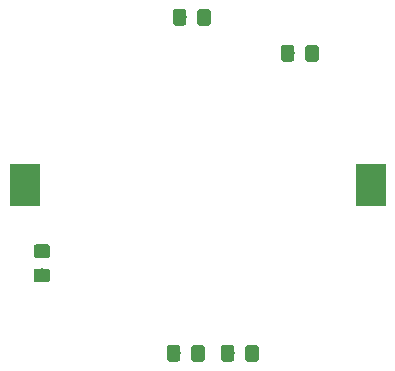
<source format=gbr>
G04 #@! TF.GenerationSoftware,KiCad,Pcbnew,(5.1.4)-1*
G04 #@! TF.CreationDate,2020-01-31T15:03:27+00:00*
G04 #@! TF.ProjectId,KeepCalm,4b656570-4361-46c6-9d2e-6b696361645f,rev?*
G04 #@! TF.SameCoordinates,Original*
G04 #@! TF.FileFunction,Paste,Bot*
G04 #@! TF.FilePolarity,Positive*
%FSLAX46Y46*%
G04 Gerber Fmt 4.6, Leading zero omitted, Abs format (unit mm)*
G04 Created by KiCad (PCBNEW (5.1.4)-1) date 2020-01-31 15:03:27*
%MOMM*%
%LPD*%
G04 APERTURE LIST*
%ADD10R,2.600000X3.600000*%
%ADD11C,0.100000*%
%ADD12C,1.150000*%
G04 APERTURE END LIST*
D10*
G04 #@! TO.C,BT1*
X167050000Y-88900000D03*
X137750000Y-88900000D03*
G04 #@! TD*
D11*
G04 #@! TO.C,R1*
G36*
X162410505Y-77025204D02*
G01*
X162434773Y-77028804D01*
X162458572Y-77034765D01*
X162481671Y-77043030D01*
X162503850Y-77053520D01*
X162524893Y-77066132D01*
X162544599Y-77080747D01*
X162562777Y-77097223D01*
X162579253Y-77115401D01*
X162593868Y-77135107D01*
X162606480Y-77156150D01*
X162616970Y-77178329D01*
X162625235Y-77201428D01*
X162631196Y-77225227D01*
X162634796Y-77249495D01*
X162636000Y-77273999D01*
X162636000Y-78174001D01*
X162634796Y-78198505D01*
X162631196Y-78222773D01*
X162625235Y-78246572D01*
X162616970Y-78269671D01*
X162606480Y-78291850D01*
X162593868Y-78312893D01*
X162579253Y-78332599D01*
X162562777Y-78350777D01*
X162544599Y-78367253D01*
X162524893Y-78381868D01*
X162503850Y-78394480D01*
X162481671Y-78404970D01*
X162458572Y-78413235D01*
X162434773Y-78419196D01*
X162410505Y-78422796D01*
X162386001Y-78424000D01*
X161735999Y-78424000D01*
X161711495Y-78422796D01*
X161687227Y-78419196D01*
X161663428Y-78413235D01*
X161640329Y-78404970D01*
X161618150Y-78394480D01*
X161597107Y-78381868D01*
X161577401Y-78367253D01*
X161559223Y-78350777D01*
X161542747Y-78332599D01*
X161528132Y-78312893D01*
X161515520Y-78291850D01*
X161505030Y-78269671D01*
X161496765Y-78246572D01*
X161490804Y-78222773D01*
X161487204Y-78198505D01*
X161486000Y-78174001D01*
X161486000Y-77273999D01*
X161487204Y-77249495D01*
X161490804Y-77225227D01*
X161496765Y-77201428D01*
X161505030Y-77178329D01*
X161515520Y-77156150D01*
X161528132Y-77135107D01*
X161542747Y-77115401D01*
X161559223Y-77097223D01*
X161577401Y-77080747D01*
X161597107Y-77066132D01*
X161618150Y-77053520D01*
X161640329Y-77043030D01*
X161663428Y-77034765D01*
X161687227Y-77028804D01*
X161711495Y-77025204D01*
X161735999Y-77024000D01*
X162386001Y-77024000D01*
X162410505Y-77025204D01*
X162410505Y-77025204D01*
G37*
D12*
X162061000Y-77724000D03*
D11*
G36*
X160360505Y-77025204D02*
G01*
X160384773Y-77028804D01*
X160408572Y-77034765D01*
X160431671Y-77043030D01*
X160453850Y-77053520D01*
X160474893Y-77066132D01*
X160494599Y-77080747D01*
X160512777Y-77097223D01*
X160529253Y-77115401D01*
X160543868Y-77135107D01*
X160556480Y-77156150D01*
X160566970Y-77178329D01*
X160575235Y-77201428D01*
X160581196Y-77225227D01*
X160584796Y-77249495D01*
X160586000Y-77273999D01*
X160586000Y-78174001D01*
X160584796Y-78198505D01*
X160581196Y-78222773D01*
X160575235Y-78246572D01*
X160566970Y-78269671D01*
X160556480Y-78291850D01*
X160543868Y-78312893D01*
X160529253Y-78332599D01*
X160512777Y-78350777D01*
X160494599Y-78367253D01*
X160474893Y-78381868D01*
X160453850Y-78394480D01*
X160431671Y-78404970D01*
X160408572Y-78413235D01*
X160384773Y-78419196D01*
X160360505Y-78422796D01*
X160336001Y-78424000D01*
X159685999Y-78424000D01*
X159661495Y-78422796D01*
X159637227Y-78419196D01*
X159613428Y-78413235D01*
X159590329Y-78404970D01*
X159568150Y-78394480D01*
X159547107Y-78381868D01*
X159527401Y-78367253D01*
X159509223Y-78350777D01*
X159492747Y-78332599D01*
X159478132Y-78312893D01*
X159465520Y-78291850D01*
X159455030Y-78269671D01*
X159446765Y-78246572D01*
X159440804Y-78222773D01*
X159437204Y-78198505D01*
X159436000Y-78174001D01*
X159436000Y-77273999D01*
X159437204Y-77249495D01*
X159440804Y-77225227D01*
X159446765Y-77201428D01*
X159455030Y-77178329D01*
X159465520Y-77156150D01*
X159478132Y-77135107D01*
X159492747Y-77115401D01*
X159509223Y-77097223D01*
X159527401Y-77080747D01*
X159547107Y-77066132D01*
X159568150Y-77053520D01*
X159590329Y-77043030D01*
X159613428Y-77034765D01*
X159637227Y-77028804D01*
X159661495Y-77025204D01*
X159685999Y-77024000D01*
X160336001Y-77024000D01*
X160360505Y-77025204D01*
X160360505Y-77025204D01*
G37*
D12*
X160011000Y-77724000D03*
G04 #@! TD*
D11*
G04 #@! TO.C,R2*
G36*
X150708505Y-102425204D02*
G01*
X150732773Y-102428804D01*
X150756572Y-102434765D01*
X150779671Y-102443030D01*
X150801850Y-102453520D01*
X150822893Y-102466132D01*
X150842599Y-102480747D01*
X150860777Y-102497223D01*
X150877253Y-102515401D01*
X150891868Y-102535107D01*
X150904480Y-102556150D01*
X150914970Y-102578329D01*
X150923235Y-102601428D01*
X150929196Y-102625227D01*
X150932796Y-102649495D01*
X150934000Y-102673999D01*
X150934000Y-103574001D01*
X150932796Y-103598505D01*
X150929196Y-103622773D01*
X150923235Y-103646572D01*
X150914970Y-103669671D01*
X150904480Y-103691850D01*
X150891868Y-103712893D01*
X150877253Y-103732599D01*
X150860777Y-103750777D01*
X150842599Y-103767253D01*
X150822893Y-103781868D01*
X150801850Y-103794480D01*
X150779671Y-103804970D01*
X150756572Y-103813235D01*
X150732773Y-103819196D01*
X150708505Y-103822796D01*
X150684001Y-103824000D01*
X150033999Y-103824000D01*
X150009495Y-103822796D01*
X149985227Y-103819196D01*
X149961428Y-103813235D01*
X149938329Y-103804970D01*
X149916150Y-103794480D01*
X149895107Y-103781868D01*
X149875401Y-103767253D01*
X149857223Y-103750777D01*
X149840747Y-103732599D01*
X149826132Y-103712893D01*
X149813520Y-103691850D01*
X149803030Y-103669671D01*
X149794765Y-103646572D01*
X149788804Y-103622773D01*
X149785204Y-103598505D01*
X149784000Y-103574001D01*
X149784000Y-102673999D01*
X149785204Y-102649495D01*
X149788804Y-102625227D01*
X149794765Y-102601428D01*
X149803030Y-102578329D01*
X149813520Y-102556150D01*
X149826132Y-102535107D01*
X149840747Y-102515401D01*
X149857223Y-102497223D01*
X149875401Y-102480747D01*
X149895107Y-102466132D01*
X149916150Y-102453520D01*
X149938329Y-102443030D01*
X149961428Y-102434765D01*
X149985227Y-102428804D01*
X150009495Y-102425204D01*
X150033999Y-102424000D01*
X150684001Y-102424000D01*
X150708505Y-102425204D01*
X150708505Y-102425204D01*
G37*
D12*
X150359000Y-103124000D03*
D11*
G36*
X152758505Y-102425204D02*
G01*
X152782773Y-102428804D01*
X152806572Y-102434765D01*
X152829671Y-102443030D01*
X152851850Y-102453520D01*
X152872893Y-102466132D01*
X152892599Y-102480747D01*
X152910777Y-102497223D01*
X152927253Y-102515401D01*
X152941868Y-102535107D01*
X152954480Y-102556150D01*
X152964970Y-102578329D01*
X152973235Y-102601428D01*
X152979196Y-102625227D01*
X152982796Y-102649495D01*
X152984000Y-102673999D01*
X152984000Y-103574001D01*
X152982796Y-103598505D01*
X152979196Y-103622773D01*
X152973235Y-103646572D01*
X152964970Y-103669671D01*
X152954480Y-103691850D01*
X152941868Y-103712893D01*
X152927253Y-103732599D01*
X152910777Y-103750777D01*
X152892599Y-103767253D01*
X152872893Y-103781868D01*
X152851850Y-103794480D01*
X152829671Y-103804970D01*
X152806572Y-103813235D01*
X152782773Y-103819196D01*
X152758505Y-103822796D01*
X152734001Y-103824000D01*
X152083999Y-103824000D01*
X152059495Y-103822796D01*
X152035227Y-103819196D01*
X152011428Y-103813235D01*
X151988329Y-103804970D01*
X151966150Y-103794480D01*
X151945107Y-103781868D01*
X151925401Y-103767253D01*
X151907223Y-103750777D01*
X151890747Y-103732599D01*
X151876132Y-103712893D01*
X151863520Y-103691850D01*
X151853030Y-103669671D01*
X151844765Y-103646572D01*
X151838804Y-103622773D01*
X151835204Y-103598505D01*
X151834000Y-103574001D01*
X151834000Y-102673999D01*
X151835204Y-102649495D01*
X151838804Y-102625227D01*
X151844765Y-102601428D01*
X151853030Y-102578329D01*
X151863520Y-102556150D01*
X151876132Y-102535107D01*
X151890747Y-102515401D01*
X151907223Y-102497223D01*
X151925401Y-102480747D01*
X151945107Y-102466132D01*
X151966150Y-102453520D01*
X151988329Y-102443030D01*
X152011428Y-102434765D01*
X152035227Y-102428804D01*
X152059495Y-102425204D01*
X152083999Y-102424000D01*
X152734001Y-102424000D01*
X152758505Y-102425204D01*
X152758505Y-102425204D01*
G37*
D12*
X152409000Y-103124000D03*
G04 #@! TD*
D11*
G04 #@! TO.C,R3*
G36*
X155280505Y-102425204D02*
G01*
X155304773Y-102428804D01*
X155328572Y-102434765D01*
X155351671Y-102443030D01*
X155373850Y-102453520D01*
X155394893Y-102466132D01*
X155414599Y-102480747D01*
X155432777Y-102497223D01*
X155449253Y-102515401D01*
X155463868Y-102535107D01*
X155476480Y-102556150D01*
X155486970Y-102578329D01*
X155495235Y-102601428D01*
X155501196Y-102625227D01*
X155504796Y-102649495D01*
X155506000Y-102673999D01*
X155506000Y-103574001D01*
X155504796Y-103598505D01*
X155501196Y-103622773D01*
X155495235Y-103646572D01*
X155486970Y-103669671D01*
X155476480Y-103691850D01*
X155463868Y-103712893D01*
X155449253Y-103732599D01*
X155432777Y-103750777D01*
X155414599Y-103767253D01*
X155394893Y-103781868D01*
X155373850Y-103794480D01*
X155351671Y-103804970D01*
X155328572Y-103813235D01*
X155304773Y-103819196D01*
X155280505Y-103822796D01*
X155256001Y-103824000D01*
X154605999Y-103824000D01*
X154581495Y-103822796D01*
X154557227Y-103819196D01*
X154533428Y-103813235D01*
X154510329Y-103804970D01*
X154488150Y-103794480D01*
X154467107Y-103781868D01*
X154447401Y-103767253D01*
X154429223Y-103750777D01*
X154412747Y-103732599D01*
X154398132Y-103712893D01*
X154385520Y-103691850D01*
X154375030Y-103669671D01*
X154366765Y-103646572D01*
X154360804Y-103622773D01*
X154357204Y-103598505D01*
X154356000Y-103574001D01*
X154356000Y-102673999D01*
X154357204Y-102649495D01*
X154360804Y-102625227D01*
X154366765Y-102601428D01*
X154375030Y-102578329D01*
X154385520Y-102556150D01*
X154398132Y-102535107D01*
X154412747Y-102515401D01*
X154429223Y-102497223D01*
X154447401Y-102480747D01*
X154467107Y-102466132D01*
X154488150Y-102453520D01*
X154510329Y-102443030D01*
X154533428Y-102434765D01*
X154557227Y-102428804D01*
X154581495Y-102425204D01*
X154605999Y-102424000D01*
X155256001Y-102424000D01*
X155280505Y-102425204D01*
X155280505Y-102425204D01*
G37*
D12*
X154931000Y-103124000D03*
D11*
G36*
X157330505Y-102425204D02*
G01*
X157354773Y-102428804D01*
X157378572Y-102434765D01*
X157401671Y-102443030D01*
X157423850Y-102453520D01*
X157444893Y-102466132D01*
X157464599Y-102480747D01*
X157482777Y-102497223D01*
X157499253Y-102515401D01*
X157513868Y-102535107D01*
X157526480Y-102556150D01*
X157536970Y-102578329D01*
X157545235Y-102601428D01*
X157551196Y-102625227D01*
X157554796Y-102649495D01*
X157556000Y-102673999D01*
X157556000Y-103574001D01*
X157554796Y-103598505D01*
X157551196Y-103622773D01*
X157545235Y-103646572D01*
X157536970Y-103669671D01*
X157526480Y-103691850D01*
X157513868Y-103712893D01*
X157499253Y-103732599D01*
X157482777Y-103750777D01*
X157464599Y-103767253D01*
X157444893Y-103781868D01*
X157423850Y-103794480D01*
X157401671Y-103804970D01*
X157378572Y-103813235D01*
X157354773Y-103819196D01*
X157330505Y-103822796D01*
X157306001Y-103824000D01*
X156655999Y-103824000D01*
X156631495Y-103822796D01*
X156607227Y-103819196D01*
X156583428Y-103813235D01*
X156560329Y-103804970D01*
X156538150Y-103794480D01*
X156517107Y-103781868D01*
X156497401Y-103767253D01*
X156479223Y-103750777D01*
X156462747Y-103732599D01*
X156448132Y-103712893D01*
X156435520Y-103691850D01*
X156425030Y-103669671D01*
X156416765Y-103646572D01*
X156410804Y-103622773D01*
X156407204Y-103598505D01*
X156406000Y-103574001D01*
X156406000Y-102673999D01*
X156407204Y-102649495D01*
X156410804Y-102625227D01*
X156416765Y-102601428D01*
X156425030Y-102578329D01*
X156435520Y-102556150D01*
X156448132Y-102535107D01*
X156462747Y-102515401D01*
X156479223Y-102497223D01*
X156497401Y-102480747D01*
X156517107Y-102466132D01*
X156538150Y-102453520D01*
X156560329Y-102443030D01*
X156583428Y-102434765D01*
X156607227Y-102428804D01*
X156631495Y-102425204D01*
X156655999Y-102424000D01*
X157306001Y-102424000D01*
X157330505Y-102425204D01*
X157330505Y-102425204D01*
G37*
D12*
X156981000Y-103124000D03*
G04 #@! TD*
D11*
G04 #@! TO.C,R4*
G36*
X139666505Y-95955204D02*
G01*
X139690773Y-95958804D01*
X139714572Y-95964765D01*
X139737671Y-95973030D01*
X139759850Y-95983520D01*
X139780893Y-95996132D01*
X139800599Y-96010747D01*
X139818777Y-96027223D01*
X139835253Y-96045401D01*
X139849868Y-96065107D01*
X139862480Y-96086150D01*
X139872970Y-96108329D01*
X139881235Y-96131428D01*
X139887196Y-96155227D01*
X139890796Y-96179495D01*
X139892000Y-96203999D01*
X139892000Y-96854001D01*
X139890796Y-96878505D01*
X139887196Y-96902773D01*
X139881235Y-96926572D01*
X139872970Y-96949671D01*
X139862480Y-96971850D01*
X139849868Y-96992893D01*
X139835253Y-97012599D01*
X139818777Y-97030777D01*
X139800599Y-97047253D01*
X139780893Y-97061868D01*
X139759850Y-97074480D01*
X139737671Y-97084970D01*
X139714572Y-97093235D01*
X139690773Y-97099196D01*
X139666505Y-97102796D01*
X139642001Y-97104000D01*
X138741999Y-97104000D01*
X138717495Y-97102796D01*
X138693227Y-97099196D01*
X138669428Y-97093235D01*
X138646329Y-97084970D01*
X138624150Y-97074480D01*
X138603107Y-97061868D01*
X138583401Y-97047253D01*
X138565223Y-97030777D01*
X138548747Y-97012599D01*
X138534132Y-96992893D01*
X138521520Y-96971850D01*
X138511030Y-96949671D01*
X138502765Y-96926572D01*
X138496804Y-96902773D01*
X138493204Y-96878505D01*
X138492000Y-96854001D01*
X138492000Y-96203999D01*
X138493204Y-96179495D01*
X138496804Y-96155227D01*
X138502765Y-96131428D01*
X138511030Y-96108329D01*
X138521520Y-96086150D01*
X138534132Y-96065107D01*
X138548747Y-96045401D01*
X138565223Y-96027223D01*
X138583401Y-96010747D01*
X138603107Y-95996132D01*
X138624150Y-95983520D01*
X138646329Y-95973030D01*
X138669428Y-95964765D01*
X138693227Y-95958804D01*
X138717495Y-95955204D01*
X138741999Y-95954000D01*
X139642001Y-95954000D01*
X139666505Y-95955204D01*
X139666505Y-95955204D01*
G37*
D12*
X139192000Y-96529000D03*
D11*
G36*
X139666505Y-93905204D02*
G01*
X139690773Y-93908804D01*
X139714572Y-93914765D01*
X139737671Y-93923030D01*
X139759850Y-93933520D01*
X139780893Y-93946132D01*
X139800599Y-93960747D01*
X139818777Y-93977223D01*
X139835253Y-93995401D01*
X139849868Y-94015107D01*
X139862480Y-94036150D01*
X139872970Y-94058329D01*
X139881235Y-94081428D01*
X139887196Y-94105227D01*
X139890796Y-94129495D01*
X139892000Y-94153999D01*
X139892000Y-94804001D01*
X139890796Y-94828505D01*
X139887196Y-94852773D01*
X139881235Y-94876572D01*
X139872970Y-94899671D01*
X139862480Y-94921850D01*
X139849868Y-94942893D01*
X139835253Y-94962599D01*
X139818777Y-94980777D01*
X139800599Y-94997253D01*
X139780893Y-95011868D01*
X139759850Y-95024480D01*
X139737671Y-95034970D01*
X139714572Y-95043235D01*
X139690773Y-95049196D01*
X139666505Y-95052796D01*
X139642001Y-95054000D01*
X138741999Y-95054000D01*
X138717495Y-95052796D01*
X138693227Y-95049196D01*
X138669428Y-95043235D01*
X138646329Y-95034970D01*
X138624150Y-95024480D01*
X138603107Y-95011868D01*
X138583401Y-94997253D01*
X138565223Y-94980777D01*
X138548747Y-94962599D01*
X138534132Y-94942893D01*
X138521520Y-94921850D01*
X138511030Y-94899671D01*
X138502765Y-94876572D01*
X138496804Y-94852773D01*
X138493204Y-94828505D01*
X138492000Y-94804001D01*
X138492000Y-94153999D01*
X138493204Y-94129495D01*
X138496804Y-94105227D01*
X138502765Y-94081428D01*
X138511030Y-94058329D01*
X138521520Y-94036150D01*
X138534132Y-94015107D01*
X138548747Y-93995401D01*
X138565223Y-93977223D01*
X138583401Y-93960747D01*
X138603107Y-93946132D01*
X138624150Y-93933520D01*
X138646329Y-93923030D01*
X138669428Y-93914765D01*
X138693227Y-93908804D01*
X138717495Y-93905204D01*
X138741999Y-93904000D01*
X139642001Y-93904000D01*
X139666505Y-93905204D01*
X139666505Y-93905204D01*
G37*
D12*
X139192000Y-94479000D03*
G04 #@! TD*
D11*
G04 #@! TO.C,R5*
G36*
X151216505Y-73977204D02*
G01*
X151240773Y-73980804D01*
X151264572Y-73986765D01*
X151287671Y-73995030D01*
X151309850Y-74005520D01*
X151330893Y-74018132D01*
X151350599Y-74032747D01*
X151368777Y-74049223D01*
X151385253Y-74067401D01*
X151399868Y-74087107D01*
X151412480Y-74108150D01*
X151422970Y-74130329D01*
X151431235Y-74153428D01*
X151437196Y-74177227D01*
X151440796Y-74201495D01*
X151442000Y-74225999D01*
X151442000Y-75126001D01*
X151440796Y-75150505D01*
X151437196Y-75174773D01*
X151431235Y-75198572D01*
X151422970Y-75221671D01*
X151412480Y-75243850D01*
X151399868Y-75264893D01*
X151385253Y-75284599D01*
X151368777Y-75302777D01*
X151350599Y-75319253D01*
X151330893Y-75333868D01*
X151309850Y-75346480D01*
X151287671Y-75356970D01*
X151264572Y-75365235D01*
X151240773Y-75371196D01*
X151216505Y-75374796D01*
X151192001Y-75376000D01*
X150541999Y-75376000D01*
X150517495Y-75374796D01*
X150493227Y-75371196D01*
X150469428Y-75365235D01*
X150446329Y-75356970D01*
X150424150Y-75346480D01*
X150403107Y-75333868D01*
X150383401Y-75319253D01*
X150365223Y-75302777D01*
X150348747Y-75284599D01*
X150334132Y-75264893D01*
X150321520Y-75243850D01*
X150311030Y-75221671D01*
X150302765Y-75198572D01*
X150296804Y-75174773D01*
X150293204Y-75150505D01*
X150292000Y-75126001D01*
X150292000Y-74225999D01*
X150293204Y-74201495D01*
X150296804Y-74177227D01*
X150302765Y-74153428D01*
X150311030Y-74130329D01*
X150321520Y-74108150D01*
X150334132Y-74087107D01*
X150348747Y-74067401D01*
X150365223Y-74049223D01*
X150383401Y-74032747D01*
X150403107Y-74018132D01*
X150424150Y-74005520D01*
X150446329Y-73995030D01*
X150469428Y-73986765D01*
X150493227Y-73980804D01*
X150517495Y-73977204D01*
X150541999Y-73976000D01*
X151192001Y-73976000D01*
X151216505Y-73977204D01*
X151216505Y-73977204D01*
G37*
D12*
X150867000Y-74676000D03*
D11*
G36*
X153266505Y-73977204D02*
G01*
X153290773Y-73980804D01*
X153314572Y-73986765D01*
X153337671Y-73995030D01*
X153359850Y-74005520D01*
X153380893Y-74018132D01*
X153400599Y-74032747D01*
X153418777Y-74049223D01*
X153435253Y-74067401D01*
X153449868Y-74087107D01*
X153462480Y-74108150D01*
X153472970Y-74130329D01*
X153481235Y-74153428D01*
X153487196Y-74177227D01*
X153490796Y-74201495D01*
X153492000Y-74225999D01*
X153492000Y-75126001D01*
X153490796Y-75150505D01*
X153487196Y-75174773D01*
X153481235Y-75198572D01*
X153472970Y-75221671D01*
X153462480Y-75243850D01*
X153449868Y-75264893D01*
X153435253Y-75284599D01*
X153418777Y-75302777D01*
X153400599Y-75319253D01*
X153380893Y-75333868D01*
X153359850Y-75346480D01*
X153337671Y-75356970D01*
X153314572Y-75365235D01*
X153290773Y-75371196D01*
X153266505Y-75374796D01*
X153242001Y-75376000D01*
X152591999Y-75376000D01*
X152567495Y-75374796D01*
X152543227Y-75371196D01*
X152519428Y-75365235D01*
X152496329Y-75356970D01*
X152474150Y-75346480D01*
X152453107Y-75333868D01*
X152433401Y-75319253D01*
X152415223Y-75302777D01*
X152398747Y-75284599D01*
X152384132Y-75264893D01*
X152371520Y-75243850D01*
X152361030Y-75221671D01*
X152352765Y-75198572D01*
X152346804Y-75174773D01*
X152343204Y-75150505D01*
X152342000Y-75126001D01*
X152342000Y-74225999D01*
X152343204Y-74201495D01*
X152346804Y-74177227D01*
X152352765Y-74153428D01*
X152361030Y-74130329D01*
X152371520Y-74108150D01*
X152384132Y-74087107D01*
X152398747Y-74067401D01*
X152415223Y-74049223D01*
X152433401Y-74032747D01*
X152453107Y-74018132D01*
X152474150Y-74005520D01*
X152496329Y-73995030D01*
X152519428Y-73986765D01*
X152543227Y-73980804D01*
X152567495Y-73977204D01*
X152591999Y-73976000D01*
X153242001Y-73976000D01*
X153266505Y-73977204D01*
X153266505Y-73977204D01*
G37*
D12*
X152917000Y-74676000D03*
G04 #@! TD*
M02*

</source>
